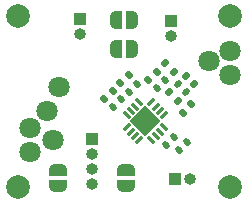
<source format=gbr>
%TF.GenerationSoftware,KiCad,Pcbnew,7.0.2-6a45011f42~172~ubuntu22.04.1*%
%TF.CreationDate,2023-05-25T16:12:51+01:00*%
%TF.ProjectId,module_stspin250,6d6f6475-6c65-45f7-9374-7370696e3235,rev?*%
%TF.SameCoordinates,Original*%
%TF.FileFunction,Soldermask,Top*%
%TF.FilePolarity,Negative*%
%FSLAX46Y46*%
G04 Gerber Fmt 4.6, Leading zero omitted, Abs format (unit mm)*
G04 Created by KiCad (PCBNEW 7.0.2-6a45011f42~172~ubuntu22.04.1) date 2023-05-25 16:12:51*
%MOMM*%
%LPD*%
G01*
G04 APERTURE LIST*
G04 Aperture macros list*
%AMRoundRect*
0 Rectangle with rounded corners*
0 $1 Rounding radius*
0 $2 $3 $4 $5 $6 $7 $8 $9 X,Y pos of 4 corners*
0 Add a 4 corners polygon primitive as box body*
4,1,4,$2,$3,$4,$5,$6,$7,$8,$9,$2,$3,0*
0 Add four circle primitives for the rounded corners*
1,1,$1+$1,$2,$3*
1,1,$1+$1,$4,$5*
1,1,$1+$1,$6,$7*
1,1,$1+$1,$8,$9*
0 Add four rect primitives between the rounded corners*
20,1,$1+$1,$2,$3,$4,$5,0*
20,1,$1+$1,$4,$5,$6,$7,0*
20,1,$1+$1,$6,$7,$8,$9,0*
20,1,$1+$1,$8,$9,$2,$3,0*%
%AMRotRect*
0 Rectangle, with rotation*
0 The origin of the aperture is its center*
0 $1 length*
0 $2 width*
0 $3 Rotation angle, in degrees counterclockwise*
0 Add horizontal line*
21,1,$1,$2,0,0,$3*%
%AMFreePoly0*
4,1,19,0.500000,-0.750000,0.000000,-0.750000,0.000000,-0.744911,-0.071157,-0.744911,-0.207708,-0.704816,-0.327430,-0.627875,-0.420627,-0.520320,-0.479746,-0.390866,-0.500000,-0.250000,-0.500000,0.250000,-0.479746,0.390866,-0.420627,0.520320,-0.327430,0.627875,-0.207708,0.704816,-0.071157,0.744911,0.000000,0.744911,0.000000,0.750000,0.500000,0.750000,0.500000,-0.750000,0.500000,-0.750000,
$1*%
%AMFreePoly1*
4,1,19,0.000000,0.744911,0.071157,0.744911,0.207708,0.704816,0.327430,0.627875,0.420627,0.520320,0.479746,0.390866,0.500000,0.250000,0.500000,-0.250000,0.479746,-0.390866,0.420627,-0.520320,0.327430,-0.627875,0.207708,-0.704816,0.071157,-0.744911,0.000000,-0.744911,0.000000,-0.750000,-0.500000,-0.750000,-0.500000,0.750000,0.000000,0.750000,0.000000,0.744911,0.000000,0.744911,
$1*%
G04 Aperture macros list end*
%ADD10R,1.000000X1.000000*%
%ADD11O,1.000000X1.000000*%
%ADD12RoundRect,0.135000X0.226274X0.035355X0.035355X0.226274X-0.226274X-0.035355X-0.035355X-0.226274X0*%
%ADD13FreePoly0,0.000000*%
%ADD14FreePoly1,0.000000*%
%ADD15RoundRect,0.135000X0.035355X-0.226274X0.226274X-0.035355X-0.035355X0.226274X-0.226274X0.035355X0*%
%ADD16C,1.800000*%
%ADD17RoundRect,0.140000X-0.021213X0.219203X-0.219203X0.021213X0.021213X-0.219203X0.219203X-0.021213X0*%
%ADD18C,1.000000*%
%ADD19FreePoly0,270.000000*%
%ADD20FreePoly1,270.000000*%
%ADD21RoundRect,0.140000X0.021213X-0.219203X0.219203X-0.021213X-0.021213X0.219203X-0.219203X0.021213X0*%
%ADD22C,2.000000*%
%ADD23RoundRect,0.135000X-0.226274X-0.035355X-0.035355X-0.226274X0.226274X0.035355X0.035355X0.226274X0*%
%ADD24RoundRect,0.062500X-0.185616X-0.274004X0.274004X0.185616X0.185616X0.274004X-0.274004X-0.185616X0*%
%ADD25RoundRect,0.062500X0.185616X-0.274004X0.274004X-0.185616X-0.185616X0.274004X-0.274004X0.185616X0*%
%ADD26RotRect,1.800000X1.800000X45.000000*%
%ADD27RoundRect,0.140000X-0.219203X-0.021213X-0.021213X-0.219203X0.219203X0.021213X0.021213X0.219203X0*%
%ADD28RoundRect,0.135000X-0.035355X0.226274X-0.226274X0.035355X0.035355X-0.226274X0.226274X-0.035355X0*%
G04 APERTURE END LIST*
D10*
%TO.C,J4*%
X15350000Y2700000D03*
D11*
X16620000Y2700000D03*
%TD*%
D12*
%TO.C,R4*%
X15202395Y11785310D03*
X14481147Y12506558D03*
%TD*%
D13*
%TO.C,JP2*%
X10350000Y13700000D03*
D14*
X11650000Y13700000D03*
%TD*%
D15*
%TO.C,R5*%
X9319267Y9451858D03*
X10040515Y10173106D03*
%TD*%
D16*
%TO.C,J5*%
X4500000Y8500000D03*
%TD*%
D13*
%TO.C,JP1*%
X10350000Y16200000D03*
D14*
X11650000Y16200000D03*
%TD*%
D17*
%TO.C,C4*%
X15239411Y6239411D03*
X14560589Y5560589D03*
%TD*%
D16*
%TO.C,J9*%
X20000000Y13500000D03*
%TD*%
%TO.C,J7*%
X5500000Y10500000D03*
%TD*%
D12*
%TO.C,R1*%
X16960624Y10739376D03*
X16239376Y11460624D03*
%TD*%
D18*
%TO.C,TP12*%
X5500000Y10500000D03*
%TD*%
D15*
%TO.C,R3*%
X13066933Y11078203D03*
X13788181Y11799451D03*
%TD*%
D18*
%TO.C,TP10*%
X3000000Y5000000D03*
%TD*%
D16*
%TO.C,J8*%
X3000000Y5000000D03*
%TD*%
D15*
%TO.C,R2*%
X15959000Y8327558D03*
X16680248Y9048806D03*
%TD*%
D19*
%TO.C,JP4*%
X11200000Y3450000D03*
D20*
X11200000Y2150000D03*
%TD*%
D16*
%TO.C,J9*%
X20000000Y11500000D03*
%TD*%
D21*
%TO.C,C3*%
X11391090Y10109467D03*
X12069912Y10788289D03*
%TD*%
D22*
%TO.C,I4*%
X2000000Y16500000D03*
%TD*%
D19*
%TO.C,JP3*%
X5400000Y3450000D03*
D20*
X5400000Y2150000D03*
%TD*%
D10*
%TO.C,J1*%
X15000000Y16100000D03*
D11*
X15000000Y14830000D03*
%TD*%
D23*
%TO.C,R7*%
X14839376Y10060624D03*
X15560624Y9339376D03*
%TD*%
D16*
%TO.C,J10*%
X18200000Y12700000D03*
%TD*%
%TO.C,J11*%
X3000000Y7000000D03*
%TD*%
D22*
%TO.C,I2*%
X20000000Y2000000D03*
%TD*%
D10*
%TO.C,J3*%
X8300000Y6100000D03*
D11*
X8300000Y4830000D03*
X8300000Y3560000D03*
X8300000Y2290000D03*
%TD*%
D24*
%TO.C,U1*%
X11217849Y7078509D03*
X11571402Y6724955D03*
X11924955Y6371402D03*
X12278509Y6017849D03*
D25*
X13321491Y6017849D03*
X13675045Y6371402D03*
X14028598Y6724955D03*
X14382151Y7078509D03*
D24*
X14382151Y8121491D03*
X14028598Y8475045D03*
X13675045Y8828598D03*
X13321491Y9182151D03*
D25*
X12278509Y9182151D03*
X11924955Y8828598D03*
X11571402Y8475045D03*
X11217849Y8121491D03*
D26*
X12800000Y7600000D03*
%TD*%
D17*
%TO.C,C5*%
X16339411Y5839411D03*
X15660589Y5160589D03*
%TD*%
D27*
%TO.C,C6*%
X15560589Y10739411D03*
X16239411Y10060589D03*
%TD*%
D28*
%TO.C,R6*%
X11384018Y11516608D03*
X10662770Y10795360D03*
%TD*%
D21*
%TO.C,C1*%
X13795253Y10392309D03*
X14474075Y11071131D03*
%TD*%
D10*
%TO.C,J2*%
X7250000Y16220000D03*
D11*
X7250000Y14950000D03*
%TD*%
D17*
%TO.C,C2*%
X10726409Y9444786D03*
X10047587Y8765964D03*
%TD*%
D22*
%TO.C,I3*%
X20000000Y16500000D03*
%TD*%
D16*
%TO.C,J6*%
X5000000Y6000000D03*
%TD*%
D22*
%TO.C,I1*%
X2000000Y2000000D03*
%TD*%
M02*

</source>
